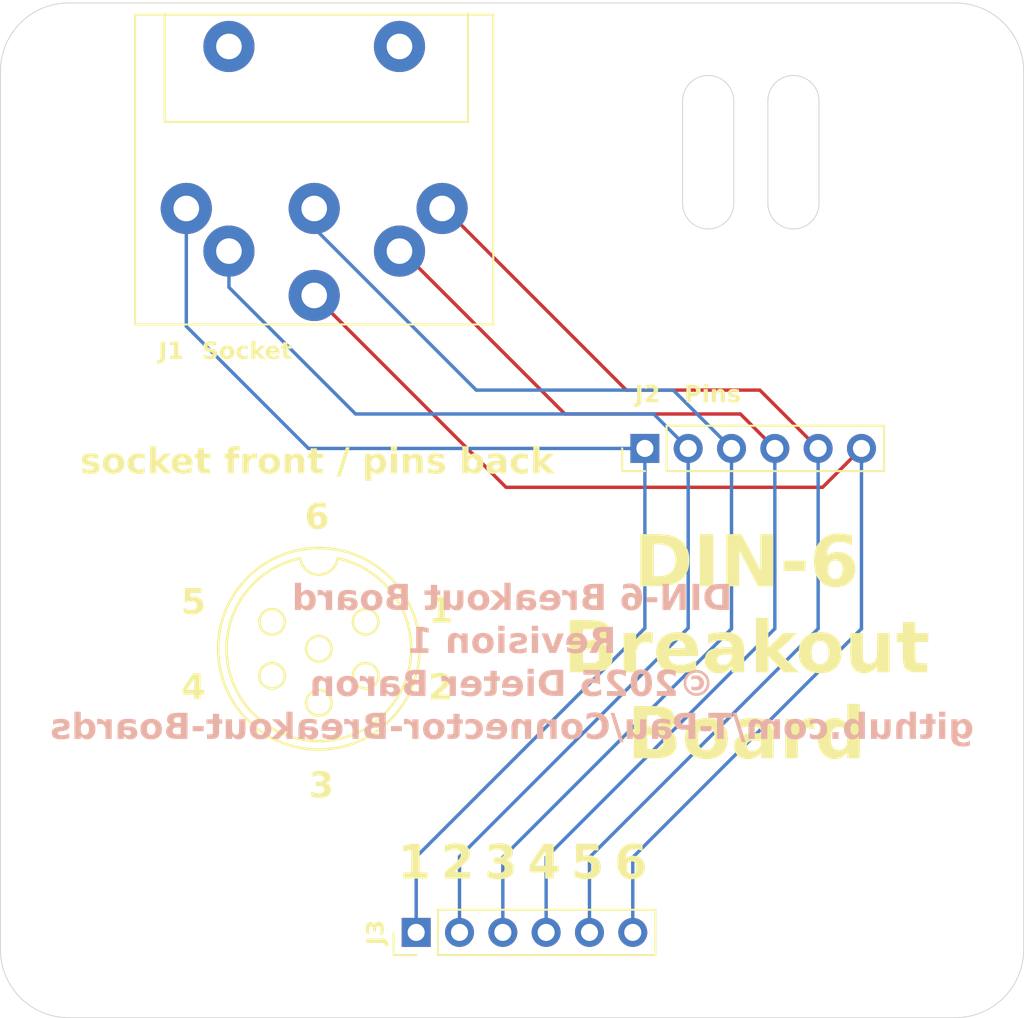
<source format=kicad_pcb>
(kicad_pcb (version 20241229) (generator "pcbnew") (generator_version "9.0")
  (layers (0 "F.Cu" signal) (2 "B.Cu" signal) (13 "F.Paste" user) (15 "B.Paste" user) (5 "F.SilkS" user "F.Silkscreen") (7 "B.SilkS" user "B.Silkscreen") (1 "F.Mask" user) (3 "B.Mask" user) (25 "Edge.Cuts" user))
  (net 0 "")
  (net 1 "Net-(J2-Pin_6)")
  (net 2 "Net-(J2-Pin_2)")
  (net 3 "Net-(J2-Pin_5)")
  (net 4 "Net-(J2-Pin_1)")
  (net 5 "Net-(J2-Pin_4)")
  (net 6 "Net-(J2-Pin_3)")
  (footprint "Connector_PinHeader_2.54mm:PinHeader_1x06_P2.54mm_Vertical" (layer "F.Cu") (at 107.79 90.12 90)
    (property "Reference" "J2" (at 3.12 0.16 0) (layer "F.SilkS"))
    (property "Value" "Pins" (at 3.12 3.97 0) (layer "F.SilkS"))
    (fp_line (start -1.33 -1.33) (end 0 -1.33) (stroke (width 0.12)) (layer "F.SilkS"))
    (fp_line (start -1.33 0) (end -1.33 -1.33) (stroke (width 0.12)) (layer "F.SilkS"))
    (fp_line (start 1.33 1.27) (end 1.33 14.03) (stroke (width 0.12)) (layer "F.SilkS"))
    (fp_line (start -1.33 1.27) (end 1.33 1.27) (stroke (width 0.12)) (layer "F.SilkS"))
    (fp_line (start -1.33 1.27) (end -1.33 14.03) (stroke (width 0.12)) (layer "F.SilkS"))
    (fp_line (start -1.33 14.03) (end 1.33 14.03) (stroke (width 0.12)) (layer "F.SilkS"))
    (pad "1" thru_hole rect (at 0 0 90) (size 1.7 1.7) (drill 1) (layers "*.Cu" "*.Mask") (net 4 "Net-(J2-Pin_1)"))
    (pad "2" thru_hole oval (at 0 2.54 90) (size 1.7 1.7) (drill 1) (layers "*.Cu" "*.Mask") (net 2 "Net-(J2-Pin_2)"))
    (pad "3" thru_hole oval (at 0 5.08 90) (size 1.7 1.7) (drill 1) (layers "*.Cu" "*.Mask") (net 6 "Net-(J2-Pin_3)"))
    (pad "4" thru_hole oval (at 0 7.62 90) (size 1.7 1.7) (drill 1) (layers "*.Cu" "*.Mask") (net 5 "Net-(J2-Pin_4)"))
    (pad "5" thru_hole oval (at 0 10.16 90) (size 1.7 1.7) (drill 1) (layers "*.Cu" "*.Mask") (net 3 "Net-(J2-Pin_5)"))
    (pad "6" thru_hole oval (at 0 12.7 90) (size 1.7 1.7) (drill 1) (layers "*.Cu" "*.Mask") (net 1 "Net-(J2-Pin_6)"))
  )
  (footprint "T-Pau:DIN-6" (layer "F.Cu") (at 80.9 76.05 180)
    (property "Reference" "J1" (at 0.89 -8.405 0) (layer "F.SilkS"))
    (property "Value" "Socket" (at -3.555 -8.405 0) (layer "F.SilkS"))
    (fp_line (start 1.27 5.08) (end 1.27 11.43) (stroke (width 0.12)) (layer "F.SilkS"))
    (fp_line (start -16.51 11.43) (end -16.51 5.08) (stroke (width 0.12)) (layer "F.SilkS"))
    (fp_line (start -16.51 5.08) (end 1.27 5.08) (stroke (width 0.12)) (layer "F.SilkS"))
    (fp_rect (start -18 -6.8) (end 3 11.365) (stroke (width 0.12)) (fill no) (layer "F.SilkS"))
    (pad "0" thru_hole circle (at -12.5 9.5 180) (size 3 3) (drill 1.5) (layers "*.Cu" "*.Mask"))
    (pad "0" thru_hole circle (at -2.5 9.5 180) (size 3 3) (drill 1.5) (layers "*.Cu" "*.Mask"))
    (pad "1" thru_hole circle (at 0 0 180) (size 3 3) (drill 1.5) (layers "*.Cu" "*.Mask") (net 4 "Net-(J2-Pin_1)"))
    (pad "2" thru_hole circle (at -2.5 -2.5 180) (size 3 3) (drill 1.5) (layers "*.Cu" "*.Mask") (net 2 "Net-(J2-Pin_2)"))
    (pad "3" thru_hole circle (at -7.5 0 180) (size 3 3) (drill 1.5) (layers "*.Cu" "*.Mask") (net 6 "Net-(J2-Pin_3)"))
    (pad "4" thru_hole circle (at -12.5 -2.5 180) (size 3 3) (drill 1.5) (layers "*.Cu" "*.Mask") (net 5 "Net-(J2-Pin_4)"))
    (pad "5" thru_hole circle (at -15 0 180) (size 3 3) (drill 1.5) (layers "*.Cu" "*.Mask") (net 3 "Net-(J2-Pin_5)"))
    (pad "6" thru_hole circle (at -7.5 -5.1 180) (size 3 3) (drill 1.5) (layers "*.Cu" "*.Mask") (net 1 "Net-(J2-Pin_6)"))
  )
  (footprint "Connector_PinHeader_2.54mm:PinHeader_1x06_P2.54mm_Vertical" (layer "F.Cu") (at 94.38 118.5 90)
    (property "Reference" "J3" (at 0 -2.33 90) (layer "F.SilkS"))
    (property "Value" "Breakout")
    (fp_line (start -1.33 -1.33) (end 0 -1.33) (stroke (width 0.12)) (layer "F.SilkS"))
    (fp_line (start -1.33 0) (end -1.33 -1.33) (stroke (width 0.12)) (layer "F.SilkS"))
    (fp_line (start 1.33 1.27) (end 1.33 14.03) (stroke (width 0.12)) (layer "F.SilkS"))
    (fp_line (start -1.33 1.27) (end 1.33 1.27) (stroke (width 0.12)) (layer "F.SilkS"))
    (fp_line (start -1.33 1.27) (end -1.33 14.03) (stroke (width 0.12)) (layer "F.SilkS"))
    (fp_line (start -1.33 14.03) (end 1.33 14.03) (stroke (width 0.12)) (layer "F.SilkS"))
    (pad "1" thru_hole rect (at 0 0 90) (size 1.7 1.7) (drill 1) (layers "*.Cu" "*.Mask") (net 4 "Net-(J2-Pin_1)"))
    (pad "2" thru_hole oval (at 0 2.54 90) (size 1.7 1.7) (drill 1) (layers "*.Cu" "*.Mask") (net 2 "Net-(J2-Pin_2)"))
    (pad "3" thru_hole oval (at 0 5.08 90) (size 1.7 1.7) (drill 1) (layers "*.Cu" "*.Mask") (net 6 "Net-(J2-Pin_3)"))
    (pad "4" thru_hole oval (at 0 7.62 90) (size 1.7 1.7) (drill 1) (layers "*.Cu" "*.Mask") (net 5 "Net-(J2-Pin_4)"))
    (pad "5" thru_hole oval (at 0 10.16 90) (size 1.7 1.7) (drill 1) (layers "*.Cu" "*.Mask") (net 3 "Net-(J2-Pin_5)"))
    (pad "6" thru_hole oval (at 0 12.7 90) (size 1.7 1.7) (drill 1) (layers "*.Cu" "*.Mask") (net 1 "Net-(J2-Pin_6)"))
  )
  (gr_poly (pts (xy 85.948753 99.536194) (xy 85.98497 99.538016) (xy 86.021181 99.541612) (xy 86.057321 99.547001) (xy 86.093325 99.554198) (xy 86.12913 99.563221) (xy 86.16467 99.574088) (xy 86.199883 99.586815) (xy 86.234703 99.60142) (xy 86.269066 99.617921) (xy 86.302909 99.636333) (xy 86.335797 99.656443) (xy 86.367287 99.677961) (xy 86.397362 99.700821) (xy 86.426004 99.724959) (xy 86.453197 99.750312) (xy 86.478924 99.776814) (xy 86.503167 99.804402) (xy 86.525909 99.833012) (xy 86.547134 99.862578) (xy 86.566823 99.893037) (xy 86.584961 99.924324) (xy 86.60153 99.956375) (xy 86.616512 99.989126) (xy 86.629892 100.022513) (xy 86.64165 100.056471) (xy 86.651772 100.090936) (xy 86.660239 100.125843) (xy 86.667034 100.161129) (xy 86.672141 100.196728) (xy 86.675541 100.232578) (xy 86.677219 100.268613) (xy 86.677157 100.304769) (xy 86.675338 100.340982) (xy 86.671744 100.377188) (xy 86.666359 100.413322) (xy 86.659166 100.44932) (xy 86.650147 100.485118) (xy 86.639286 100.520651) (xy 86.626565 100.555855) (xy 86.611967 100.590666) (xy 86.595475 100.62502) (xy 86.577072 100.658852) (xy 86.556963 100.69173) (xy 86.535448 100.723211) (xy 86.512591 100.753278) (xy 86.488456 100.781913) (xy 86.463108 100.809101) (xy 86.436611 100.834822) (xy 86.409029 100.859061) (xy 86.380426 100.8818) (xy 86.350866 100.903021) (xy 86.320413 100.922708) (xy 86.289132 100.940843) (xy 86.257086 100.95741) (xy 86.224341 100.97239) (xy 86.190959 100.985767) (xy 86.157005 100.997524) (xy 86.122544 101.007643) (xy 86.087638 101.016107) (xy 86.052354 101.022899) (xy 86.016754 101.028002) (xy 85.980902 101.031399) (xy 85.944864 101.033071) (xy 85.908703 101.033003) (xy 85.872483 101.031177) (xy 85.836269 101.027576) (xy 85.800124 101.022182) (xy 85.764112 101.014978) (xy 85.728299 101.005947) (xy 85.692747 100.995073) (xy 85.657522 100.982337) (xy 85.622687 100.967723) (xy 85.588306 100.951213) (xy 85.554444 100.93279) (xy 85.521575 100.91268) (xy 85.490102 100.891164) (xy 85.460041 100.868307) (xy 85.431409 100.844173) (xy 85.404224 100.818825) (xy 85.378504 100.792328) (xy 85.354265 100.764746) (xy 85.331525 100.736143) (xy 85.310301 100.706584) (xy 85.29061 100.676132) (xy 85.27247 100.644852) (xy 85.255898 100.612808) (xy 85.240912 100.580064) (xy 85.227528 100.546684) (xy 85.215764 100.512733) (xy 85.205637 100.478274) (xy 85.197165 100.443371) (xy 85.190365 100.40809) (xy 85.185253 100.372494) (xy 85.181849 100.336646) (xy 85.180168 100.300613) (xy 85.180228 100.264456) (xy 85.182046 100.228242) (xy 85.18564 100.192033) (xy 85.191027 100.155894) (xy 85.198225 100.11989) (xy 85.20725 100.084084) (xy 85.218119 100.04854) (xy 85.230851 100.013323) (xy 85.245463 99.978497) (xy 85.261971 99.944126) (xy 85.280393 99.910274) (xy 85.300493 99.877406) (xy 85.322001 99.845935) (xy 85.344851 99.815877) (xy 85.368981 99.787249) (xy 85.394326 99.760069) (xy 85.420821 99.734354) (xy 85.448403 99.710122) (xy 85.477006 99.687389) (xy 85.506567 99.666172) (xy 85.537022 99.646489) (xy 85.568305 99.628358) (xy 85.600353 99.611794) (xy 85.633102 99.596816) (xy 85.666487 99.583441) (xy 85.700443 99.571685) (xy 85.734908 99.561566) (xy 85.769815 99.553102) (xy 85.805102 99.546309) (xy 85.840703 99.541204) (xy 85.876555 99.537805) (xy 85.912593 99.53613)) (stroke (width 0.1485)) (fill no) (layer "F.SilkS"))
  (gr_poly (pts (xy 88.692219 101.12003) (xy 88.728442 101.121854) (xy 88.764658 101.125453) (xy 88.800804 101.130845) (xy 88.836815 101.138046) (xy 88.872626 101.147075) (xy 88.908175 101.157947) (xy 88.943396 101.170682) (xy 88.978225 101.185295) (xy 89.012598 101.201805) (xy 89.04645 101.220228) (xy 89.079328 101.240338) (xy 89.110808 101.261855) (xy 89.140874 101.284714) (xy 89.169508 101.308852) (xy 89.196693 101.334205) (xy 89.222412 101.360707) (xy 89.246648 101.388294) (xy 89.269385 101.416903) (xy 89.290603 101.446469) (xy 89.310288 101.476928) (xy 89.328421 101.508214) (xy 89.344986 101.540265) (xy 89.359964 101.573016) (xy 89.37334 101.606403) (xy 89.385096 101.64036) (xy 89.395215 101.674825) (xy 89.40368 101.709732) (xy 89.410473 101.745017) (xy 89.415578 101.780617) (xy 89.418977 101.816466) (xy 89.420653 101.852501) (xy 89.42059 101.888657) (xy 89.41877 101.92487) (xy 89.415176 101.961075) (xy 89.40979 101.997209) (xy 89.402597 102.033207) (xy 89.393577 102.069004) (xy 89.382716 102.104538) (xy 89.369994 102.139742) (xy 89.355396 102.174553) (xy 89.338904 102.208907) (xy 89.320501 102.242739) (xy 89.300391 102.275607) (xy 89.278876 102.307079) (xy 89.256019 102.337139) (xy 89.231884 102.365769) (xy 89.206536 102.392951) (xy 89.180039 102.418668) (xy 89.152456 102.442904) (xy 89.123853 102.465641) (xy 89.094293 102.48686) (xy 89.06384 102.506547) (xy 89.032559 102.524682) (xy 89.000514 102.541249) (xy 88.967768 102.556231) (xy 88.934386 102.569609) (xy 88.900433 102.581368) (xy 88.865972 102.59149) (xy 88.831067 102.599957) (xy 88.795782 102.606752) (xy 88.760182 102.611858) (xy 88.724331 102.615257) (xy 88.688293 102.616933) (xy 88.652133 102.616869) (xy 88.615913 102.615046) (xy 88.579699 102.611448) (xy 88.543554 102.606057) (xy 88.507543 102.598856) (xy 88.47173 102.589828) (xy 88.436179 102.578955) (xy 88.400954 102.566221) (xy 88.366119 102.551608) (xy 88.331739 102.535099) (xy 88.297877 102.516676) (xy 88.265009 102.496567) (xy 88.233536 102.475051) (xy 88.203476 102.452193) (xy 88.174846 102.428056) (xy 88.147664 102.402706) (xy 88.121946 102.376206) (xy 88.09771 102.348621) (xy 88.074973 102.320015) (xy 88.053752 102.290452) (xy 88.034065 102.259996) (xy 88.015928 102.228711) (xy 87.99936 102.196662) (xy 87.984377 102.163913) (xy 87.970996 102.130528) (xy 87.959235 102.096571) (xy 87.949111 102.062107) (xy 87.940641 102.027199) (xy 87.933842 101.991913) (xy 87.928733 101.956311) (xy 87.925329 101.920459) (xy 87.923648 101.88442) (xy 87.923708 101.848259) (xy 87.925525 101.81204) (xy 87.929118 101.775827) (xy 87.934502 101.739684) (xy 87.941696 101.703676) (xy 87.950717 101.667867) (xy 87.961581 101.632321) (xy 87.974307 101.597102) (xy 87.988911 101.562274) (xy 88.00541 101.527902) (xy 88.023822 101.49405) (xy 88.043923 101.461193) (xy 88.06543 101.42973) (xy 88.088281 101.399679) (xy 88.112412 101.371058) (xy 88.137757 101.343884) (xy 88.164253 101.318173) (xy 88.191835 101.293945) (xy 88.220439 101.271214) (xy 88.25 101.25) (xy 88.280456 101.230319) (xy 88.31174 101.212189) (xy 88.34379 101.195626) (xy 88.37654 101.180648) (xy 88.409927 101.167273) (xy 88.443886 101.155518) (xy 88.478352 101.145399) (xy 88.513263 101.136934) (xy 88.548552 101.130142) (xy 88.584157 101.125037) (xy 88.620013 101.121639) (xy 88.656055 101.119965)) (stroke (width 0.1485)) (fill no) (layer "F.SilkS"))
  (gr_poly (pts (xy 91.467999 99.537776) (xy 91.503852 99.541171) (xy 91.539456 99.546272) (xy 91.574744 99.553062) (xy 91.609654 99.561524) (xy 91.644121 99.57164) (xy 91.678081 99.583394) (xy 91.71147 99.596768) (xy 91.744222 99.611745) (xy 91.776275 99.628308) (xy 91.807563 99.646439) (xy 91.838022 99.666123) (xy 91.867589 99.687341) (xy 91.896199 99.710077) (xy 91.923787 99.734312) (xy 91.95029 99.760031) (xy 91.975643 99.787217) (xy 91.999781 99.81585) (xy 92.022641 99.845916) (xy 92.044159 99.877397) (xy 92.064269 99.910274) (xy 92.082672 99.944106) (xy 92.099162 99.978459) (xy 92.113759 100.01327) (xy 92.126478 100.048474) (xy 92.137337 100.084008) (xy 92.146353 100.119805) (xy 92.153543 100.155804) (xy 92.158925 100.191938) (xy 92.162515 100.228144) (xy 92.16433 100.264358) (xy 92.164389 100.300515) (xy 92.162708 100.336551) (xy 92.159303 100.372402) (xy 92.154193 100.408004) (xy 92.147395 100.443292) (xy 92.138925 100.478202) (xy 92.128801 100.512669) (xy 92.11704 100.54663) (xy 92.103659 100.58002) (xy 92.088675 100.612775) (xy 92.072106 100.644831) (xy 92.053969 100.676123) (xy 92.03428 100.706587) (xy 92.013057 100.736159) (xy 91.990317 100.764774) (xy 91.966077 100.792369) (xy 91.940355 100.818878) (xy 91.913168 100.844239) (xy 91.884532 100.868386) (xy 91.854465 100.891255) (xy 91.822984 100.912782) (xy 91.790106 100.932903) (xy 91.756253 100.951315) (xy 91.721881 100.967814) (xy 91.687052 100.982418) (xy 91.651831 100.995144) (xy 91.616283 101.006009) (xy 91.580471 101.01503) (xy 91.544461 101.022224) (xy 91.508315 101.027609) (xy 91.4721 101.031202) (xy 91.435878 101.033021) (xy 91.399715 101.033082) (xy 91.363674 101.031402) (xy 91.32782 101.028) (xy 91.292217 101.022892) (xy 91.25693 101.016096) (xy 91.222022 101.007629) (xy 91.187558 100.997507) (xy 91.153602 100.985749) (xy 91.120219 100.972372) (xy 91.087473 100.957393) (xy 91.055428 100.940829) (xy 91.024148 100.922697) (xy 90.993698 100.903015) (xy 90.964142 100.8818) (xy 90.935544 100.859069) (xy 90.907969 100.83484) (xy 90.88148 100.809129) (xy 90.856143 100.781954) (xy 90.832021 100.753333) (xy 90.809179 100.723282) (xy 90.787681 100.691819) (xy 90.767591 100.658961) (xy 90.749168 100.625109) (xy 90.732658 100.590738) (xy 90.718043 100.55591) (xy 90.705307 100.520691) (xy 90.694433 100.485145) (xy 90.685403 100.449336) (xy 90.678199 100.413329) (xy 90.672806 100.377186) (xy 90.669205 100.340974) (xy 90.667379 100.304755) (xy 90.667312 100.268594) (xy 90.668986 100.232555) (xy 90.672384 100.196703) (xy 90.677489 100.161101) (xy 90.684283 100.125814) (xy 90.692749 100.090907) (xy 90.702871 100.056442) (xy 90.714631 100.022486) (xy 90.728012 99.9891) (xy 90.742996 99.956351) (xy 90.759567 99.924302) (xy 90.777707 99.893017) (xy 90.797399 99.862561) (xy 90.818626 99.832997) (xy 90.841371 99.804391) (xy 90.865617 99.776805) (xy 90.891346 99.750305) (xy 90.918541 99.724955) (xy 90.947186 99.700818) (xy 90.977262 99.677959) (xy 91.008753 99.656443) (xy 91.041641 99.636333) (xy 91.075484 99.61792) (xy 91.109847 99.601419) (xy 91.144667 99.586813) (xy 91.17988 99.574083) (xy 91.21542 99.563214) (xy 91.251225 99.554188) (xy 91.28723 99.546988) (xy 91.32337 99.541597) (xy 91.359581 99.537997) (xy 91.395799 99.536171) (xy 91.43196 99.536103)) (stroke (width 0.1485)) (fill no) (layer "F.SilkS"))
  (gr_poly (pts (xy 87.582467 96.616536) (xy 87.592771 96.666085) (xy 87.605246 96.714802) (xy 87.61984 96.762634) (xy 87.636497 96.809526) (xy 87.655166 96.855426) (xy 87.675793 96.900278) (xy 87.698324 96.944029) (xy 87.722707 96.986627) (xy 87.748888 97.028016) (xy 87.776815 97.068143) (xy 87.806432 97.106955) (xy 87.837689 97.144397) (xy 87.870531 97.180416) (xy 87.904904 97.214959) (xy 87.940757 97.247971) (xy 87.978034 97.279398) (xy 88.016685 97.309187) (xy 88.056654 97.337285) (xy 88.097888 97.363637) (xy 88.140336 97.38819) (xy 88.183942 97.410889) (xy 88.228655 97.431682) (xy 88.27442 97.450514) (xy 88.321185 97.467332) (xy 88.368896 97.482082) (xy 88.4175 97.49471) (xy 88.466943 97.505163) (xy 88.517174 97.513387) (xy 88.568137 97.519327) (xy 88.61978 97.522931) (xy 88.672051 97.524144) (xy 88.724361 97.522931) (xy 88.776042 97.519328) (xy 88.827039 97.513389) (xy 88.877301 97.505168) (xy 88.926773 97.494718) (xy 88.975403 97.482093) (xy 89.023137 97.467347) (xy 89.069923 97.450534) (xy 89.115707 97.431706) (xy 89.160435 97.410919) (xy 89.204056 97.388225) (xy 89.246516 97.363678) (xy 89.287761 97.337333) (xy 89.327739 97.309242) (xy 89.366397 97.27946) (xy 89.403681 97.248041) (xy 89.439538 97.215037) (xy 89.473915 97.180503) (xy 89.506759 97.144492) (xy 89.538017 97.107059) (xy 89.567636 97.068256) (xy 89.595562 97.028138) (xy 89.621743 96.986758) (xy 89.646125 96.944171) (xy 89.668655 96.900429) (xy 89.68928 96.855587) (xy 89.707947 96.809697) (xy 89.724603 96.762815) (xy 89.739195 96.714994) (xy 89.75167 96.666286) (xy 89.761973 96.616747) (xy 89.770054 96.56643) (xy 89.999181 96.618862) (xy 90.2245 96.680874) (xy 90.445784 96.752237) (xy 90.662806 96.832726) (xy 90.875337 96.922112) (xy 91.083152 97.020168) (xy 91.286022 97.126668) (xy 91.483721 97.241383) (xy 91.862694 97.494552) (xy 92.218252 97.777858) (xy 92.548578 98.089482) (xy 92.851853 98.427606) (xy 93.126258 98.790413) (xy 93.252066 98.980504) (xy 93.369975 99.176084) (xy 93.479758 99.376925) (xy 93.581187 99.582801) (xy 93.674034 99.793484) (xy 93.758073 100.008747) (xy 93.833077 100.228362) (xy 93.898817 100.452103) (xy 93.955067 100.679741) (xy 94.0016 100.911051) (xy 94.038188 101.145804) (xy 94.064603 101.383773) (xy 94.080619 101.624732) (xy 94.086008 101.868452) (xy 94.078963 102.147022) (xy 94.058055 102.421937) (xy 94.023624 102.692857) (xy 93.97601 102.959442) (xy 93.915554 103.221352) (xy 93.842596 103.478246) (xy 93.757476 103.729783) (xy 93.660534 103.975625) (xy 93.552111 104.215429) (xy 93.432546 104.448857) (xy 93.302181 104.675568) (xy 93.161354 104.895221) (xy 93.010408 105.107477) (xy 92.849681 105.311994) (xy 92.679514 105.508433) (xy 92.500247 105.696454) (xy 92.312221 105.875716) (xy 92.115775 106.045878) (xy 91.911251 106.206601) (xy 91.698988 106.357545) (xy 91.479326 106.498368) (xy 91.252606 106.628731) (xy 91.019167 106.748294) (xy 90.779351 106.856716) (xy 90.533498 106.953656) (xy 90.281947 107.038775) (xy 90.025039 107.111733) (xy 89.763114 107.172189) (xy 89.496512 107.219802) (xy 89.225575 107.254233) (xy 88.950641 107.275141) (xy 88.672051 107.282186) (xy 88.393472 107.275141) (xy 88.11855 107.254233) (xy 87.847625 107.219802) (xy 87.581038 107.172189) (xy 87.319128 107.111733) (xy 87.062236 107.038775) (xy 86.810701 106.953656) (xy 86.564864 106.856716) (xy 86.325065 106.748294) (xy 86.091645 106.628731) (xy 85.864942 106.498368) (xy 85.645298 106.357545) (xy 85.433052 106.206601) (xy 85.228544 106.045878) (xy 85.032115 105.875716) (xy 84.844105 105.696454) (xy 84.664854 105.508433) (xy 84.494702 105.311994) (xy 84.333988 105.107477) (xy 84.183054 104.895221) (xy 84.04224 104.675568) (xy 83.911885 104.448857) (xy 83.792329 104.215429) (xy 83.683913 103.975625) (xy 83.586977 103.729783) (xy 83.501861 103.478246) (xy 83.428904 103.221352) (xy 83.368448 102.959442) (xy 83.320832 102.692857) (xy 83.286397 102.421937) (xy 83.265482 102.147022) (xy 83.258428 101.868452) (xy 83.263817 101.624732) (xy 83.279833 101.383773) (xy 83.306248 101.145804) (xy 83.342836 100.91105) (xy 83.389369 100.67974) (xy 83.445619 100.452101) (xy 83.511359 100.22836) (xy 83.586363 100.008743) (xy 83.670402 99.793479) (xy 83.76325 99.582794) (xy 83.864678 99.376916) (xy 83.974461 99.176072) (xy 84.09237 98.980489) (xy 84.218179 98.790394) (xy 84.351659 98.606015) (xy 84.492584 98.427578) (xy 84.640727 98.255312) (xy 84.795859 98.089442) (xy 84.957754 97.930197) (xy 85.126185 97.777804) (xy 85.300924 97.632489) (xy 85.481744 97.49448) (xy 85.668417 97.364004) (xy 85.860717 97.241289) (xy 86.058416 97.126562) (xy 86.261286 97.020049) (xy 86.469101 96.921978) (xy 86.681633 96.832577) (xy 86.898655 96.752072) (xy 87.11994 96.680691) (xy 87.345259 96.61866) (xy 87.574387 96.566208)) (stroke (width 0.1485)) (fill no) (layer "F.SilkS"))
  (gr_poly (pts (xy 88.976205 95.967518) (xy 89.276256 95.990334) (xy 89.571945 96.027909) (xy 89.862902 96.07987) (xy 90.148755 96.145845) (xy 90.429132 96.225465) (xy 90.703662 96.318357) (xy 90.971974 96.424151) (xy 91.233697 96.542475) (xy 91.488459 96.672958) (xy 91.73589 96.815229) (xy 91.975617 96.968916) (xy 92.207269 97.133648) (xy 92.430476 97.309055) (xy 92.644865 97.494764) (xy 92.850067 97.690406) (xy 93.045708 97.895607) (xy 93.231418 98.109998) (xy 93.406826 98.333207) (xy 93.57156 98.564862) (xy 93.725249 98.804593) (xy 93.867522 99.052029) (xy 93.998007 99.306797) (xy 94.116334 99.568528) (xy 94.22213 99.836849) (xy 94.315025 100.111389) (xy 94.394646 100.391778) (xy 94.460624 100.677644) (xy 94.512587 100.968615) (xy 94.550162 101.264321) (xy 94.57298 101.56439) (xy 94.580669 101.868452) (xy 94.57298 102.172493) (xy 94.550162 102.472544) (xy 94.512587 102.768234) (xy 94.460624 103.05919) (xy 94.394646 103.345043) (xy 94.315025 103.62542) (xy 94.22213 103.899951) (xy 94.116334 104.168263) (xy 93.998007 104.429986) (xy 93.867522 104.684749) (xy 93.725249 104.932179) (xy 93.57156 105.171907) (xy 93.406826 105.403559) (xy 93.231418 105.626766) (xy 93.045708 105.841156) (xy 92.850067 106.046357) (xy 92.644865 106.241999) (xy 92.430476 106.427709) (xy 92.207269 106.603117) (xy 91.975617 106.767851) (xy 91.73589 106.921541) (xy 91.488459 107.063814) (xy 91.233697 107.194299) (xy 90.971974 107.312626) (xy 90.703662 107.418422) (xy 90.429132 107.511317) (xy 90.148755 107.590939) (xy 89.862902 107.656917) (xy 89.571945 107.70888) (xy 89.276256 107.746455) (xy 88.976205 107.769273) (xy 88.672164 107.776962) (xy 88.368112 107.769273) (xy 88.068053 107.746455) (xy 87.772356 107.70888) (xy 87.481392 107.656917) (xy 87.195534 107.590939) (xy 86.915153 107.511317) (xy 86.640619 107.418422) (xy 86.372304 107.312626) (xy 86.110579 107.194299) (xy 85.855816 107.063814) (xy 85.608385 106.921541) (xy 85.368658 106.767851) (xy 85.137006 106.603117) (xy 84.913801 106.427709) (xy 84.699413 106.241999) (xy 84.494214 106.046357) (xy 84.298575 105.841156) (xy 84.112868 105.626766) (xy 83.937463 105.403559) (xy 83.772732 105.171907) (xy 83.619046 104.932179) (xy 83.476776 104.684749) (xy 83.346294 104.429986) (xy 83.227971 104.168263) (xy 83.122177 103.899951) (xy 83.029285 103.62542) (xy 82.949666 103.345043) (xy 82.88369 103.05919) (xy 82.83173 102.768234) (xy 82.794155 102.472544) (xy 82.771338 102.172493) (xy 82.76365 101.868452) (xy 82.771339 101.56439) (xy 82.794157 101.264321) (xy 82.831732 100.968615) (xy 82.883695 100.677644) (xy 82.949673 100.391778) (xy 83.029295 100.111389) (xy 83.12219 99.836849) (xy 83.227987 99.568528) (xy 83.346313 99.306797) (xy 83.476799 99.052029) (xy 83.619072 98.804593) (xy 83.772762 98.564862) (xy 83.937496 98.333207) (xy 84.112904 98.109998) (xy 84.298615 97.895607) (xy 84.494257 97.690406) (xy 84.699458 97.494764) (xy 84.913848 97.309055) (xy 85.137055 97.133648) (xy 85.368708 96.968916) (xy 85.608435 96.815229) (xy 85.855866 96.672958) (xy 86.110629 96.542475) (xy 86.372352 96.424151) (xy 86.640664 96.318357) (xy 86.915195 96.225465) (xy 87.195572 96.145845) (xy 87.481425 96.07987) (xy 87.772382 96.027909) (xy 88.068071 95.990334) (xy 88.368122 95.967518) (xy 88.672164 95.95983)) (stroke (width 0.1485)) (fill no) (layer "F.SilkS"))
  (gr_poly (pts (xy 91.435987 102.704221) (xy 91.472209 102.706039) (xy 91.508426 102.709632) (xy 91.544571 102.715018) (xy 91.580582 102.722212) (xy 91.616394 102.731233) (xy 91.651943 102.742098) (xy 91.687164 102.754824) (xy 91.721993 102.769428) (xy 91.756366 102.785928) (xy 91.790219 102.80434) (xy 91.823096 102.82446) (xy 91.854576 102.845986) (xy 91.884642 102.868854) (xy 91.913276 102.892998) (xy 91.940461 102.918356) (xy 91.96618 102.944863) (xy 91.990416 102.972454) (xy 92.013152 103.001066) (xy 92.034371 103.030633) (xy 92.054055 103.061093) (xy 92.072188 103.09238) (xy 92.088753 103.124431) (xy 92.103731 103.157181) (xy 92.117107 103.190566) (xy 92.128863 103.224521) (xy 92.138982 103.258983) (xy 92.147446 103.293888) (xy 92.154239 103.329171) (xy 92.159344 103.364767) (xy 92.162743 103.400613) (xy 92.16442 103.436644) (xy 92.164357 103.472797) (xy 92.162537 103.509006) (xy 92.158942 103.545208) (xy 92.153557 103.581339) (xy 92.146363 103.617334) (xy 92.137344 103.653129) (xy 92.126483 103.688659) (xy 92.113762 103.723862) (xy 92.099164 103.758671) (xy 92.082672 103.793024) (xy 92.064269 103.826855) (xy 92.044159 103.859733) (xy 92.022644 103.891214) (xy 91.999787 103.921281) (xy 91.975652 103.949917) (xy 91.950304 103.977104) (xy 91.923807 104.002826) (xy 91.896224 104.027065) (xy 91.867621 104.049804) (xy 91.838061 104.071025) (xy 91.807608 104.090712) (xy 91.776327 104.108847) (xy 91.744282 104.125414) (xy 91.711536 104.140394) (xy 91.678154 104.153772) (xy 91.644201 104.165528) (xy 91.609739 104.175647) (xy 91.574834 104.184111) (xy 91.539549 104.190904) (xy 91.50395 104.196006) (xy 91.468099 104.199403) (xy 91.43206 104.201076) (xy 91.395899 104.201007) (xy 91.35968 104.199181) (xy 91.323465 104.19558) (xy 91.28732 104.190186) (xy 91.251309 104.182982) (xy 91.215496 104.173952) (xy 91.179944 104.163078) (xy 91.144719 104.150342) (xy 91.109884 104.135728) (xy 91.075503 104.119218) (xy 91.041641 104.100795) (xy 91.008773 104.080695) (xy 90.9773 104.059188) (xy 90.947241 104.036339) (xy 90.918611 104.012211) (xy 90.891429 103.986868) (xy 90.865711 103.960375) (xy 90.841475 103.932797) (xy 90.818738 103.904196) (xy 90.797517 103.874639) (xy 90.77783 103.844188) (xy 90.759694 103.812908) (xy 90.743125 103.780863) (xy 90.728142 103.748117) (xy 90.714762 103.714736) (xy 90.703001 103.680782) (xy 90.692877 103.646321) (xy 90.684407 103.611415) (xy 90.677609 103.576131) (xy 90.672499 103.540531) (xy 90.669096 103.50468) (xy 90.667415 103.468643) (xy 90.667475 103.432483) (xy 90.669293 103.396265) (xy 90.672885 103.360053) (xy 90.67827 103.323911) (xy 90.685464 103.287903) (xy 90.694485 103.252095) (xy 90.705349 103.216549) (xy 90.718075 103.18133) (xy 90.732679 103.146502) (xy 90.749178 103.11213) (xy 90.767591 103.078278) (xy 90.78769 103.04542) (xy 90.809198 103.013957) (xy 90.832049 102.983906) (xy 90.856179 102.955285) (xy 90.881524 102.92811) (xy 90.908019 102.9024) (xy 90.935601 102.87817) (xy 90.964205 102.855439) (xy 90.993767 102.834224) (xy 91.024222 102.814543) (xy 91.055507 102.796411) (xy 91.087556 102.779847) (xy 91.120307 102.764868) (xy 91.153693 102.75149) (xy 91.187652 102.739733) (xy 91.222119 102.729612) (xy 91.257029 102.721144) (xy 91.292319 102.714348) (xy 91.327924 102.709241) (xy 91.36378 102.705839) (xy 91.399822 102.704159)) (stroke (width 0.1485)) (fill no) (layer "F.SilkS"))
  (gr_poly (pts (xy 85.980797 102.70578) (xy 86.016649 102.709175) (xy 86.05225 102.714277) (xy 86.087537 102.721067) (xy 86.122445 102.729528) (xy 86.156909 102.739645) (xy 86.190866 102.751398) (xy 86.224251 102.764772) (xy 86.256999 102.779749) (xy 86.289047 102.796312) (xy 86.320331 102.814444) (xy 86.350785 102.834128) (xy 86.380346 102.855346) (xy 86.40895 102.878081) (xy 86.436531 102.902317) (xy 86.463026 102.928036) (xy 86.488371 102.955221) (xy 86.512501 102.983855) (xy 86.535352 103.01392) (xy 86.556859 103.0454) (xy 86.576959 103.078278) (xy 86.595372 103.11211) (xy 86.611871 103.146465) (xy 86.626475 103.181277) (xy 86.6392 103.216484) (xy 86.650065 103.252019) (xy 86.659085 103.287819) (xy 86.666279 103.32382) (xy 86.671664 103.359958) (xy 86.675256 103.396167) (xy 86.677074 103.432383) (xy 86.677134 103.468543) (xy 86.675453 103.504581) (xy 86.672049 103.540434) (xy 86.66694 103.576037) (xy 86.660141 103.611326) (xy 86.651671 103.646236) (xy 86.641547 103.680703) (xy 86.629786 103.714663) (xy 86.616406 103.748051) (xy 86.601423 103.780803) (xy 86.584854 103.812855) (xy 86.566718 103.844142) (xy 86.547031 103.8746) (xy 86.52581 103.904165) (xy 86.503073 103.932771) (xy 86.478838 103.960356) (xy 86.45312 103.986854) (xy 86.425938 104.012201) (xy 86.397308 104.036333) (xy 86.367249 104.059186) (xy 86.335776 104.080695) (xy 86.302909 104.100795) (xy 86.269056 104.119217) (xy 86.234683 104.135726) (xy 86.199854 104.150339) (xy 86.164633 104.163073) (xy 86.129085 104.173945) (xy 86.093273 104.182974) (xy 86.057263 104.190175) (xy 86.021117 104.195566) (xy 85.984902 104.199165) (xy 85.94868 104.200988) (xy 85.912517 104.201054) (xy 85.876476 104.199379) (xy 85.840622 104.195981) (xy 85.805019 104.190877) (xy 85.769731 104.184084) (xy 85.734823 104.175619) (xy 85.700359 104.1655) (xy 85.666403 104.153745) (xy 85.63302 104.140369) (xy 85.600274 104.125392) (xy 85.568229 104.108829) (xy 85.536949 104.090699) (xy 85.506499 104.071017) (xy 85.476943 104.049803) (xy 85.448345 104.027073) (xy 85.42077 104.002844) (xy 85.394281 103.977134) (xy 85.368944 103.949959) (xy 85.344823 103.921338) (xy 85.321981 103.891288) (xy 85.300483 103.859825) (xy 85.280393 103.826967) (xy 85.26197 103.793115) (xy 85.24546 103.758744) (xy 85.230846 103.723918) (xy 85.21811 103.688702) (xy 85.207236 103.653158) (xy 85.198206 103.617352) (xy 85.191003 103.581347) (xy 85.185609 103.545208) (xy 85.182008 103.508998) (xy 85.180183 103.472783) (xy 85.180116 103.436625) (xy 85.18179 103.40059) (xy 85.185188 103.364742) (xy 85.190293 103.329143) (xy 85.197087 103.29386) (xy 85.205554 103.258955) (xy 85.215676 103.224493) (xy 85.227436 103.190538) (xy 85.240816 103.157155) (xy 85.255801 103.124407) (xy 85.272371 103.092358) (xy 85.290512 103.061073) (xy 85.310204 103.030616) (xy 85.331431 103.001051) (xy 85.354176 102.972442) (xy 85.378421 102.944854) (xy 85.40415 102.91835) (xy 85.431345 102.892994) (xy 85.459989 102.868851) (xy 85.490065 102.845985) (xy 85.521556 102.82446) (xy 85.554444 102.80434) (xy 85.588286 102.785927) (xy 85.62265 102.769426) (xy 85.65747 102.754819) (xy 85.692682 102.742089) (xy 85.728223 102.73122) (xy 85.764028 102.722193) (xy 85.800032 102.714993) (xy 85.836172 102.709601) (xy 85.872382 102.706001) (xy 85.908599 102.704176) (xy 85.944759 102.704108)) (stroke (width 0.1485)) (fill no) (layer "F.SilkS"))
  (gr_poly (pts (xy 88.710779 104.288969) (xy 88.748777 104.291861) (xy 88.786224 104.296622) (xy 88.823074 104.303207) (xy 88.859277 104.311568) (xy 88.894789 104.321658) (xy 88.929561 104.333429) (xy 88.963547 104.346836) (xy 88.996698 104.361829) (xy 89.028969 104.378364) (xy 89.060313 104.396392) (xy 89.090681 104.415866) (xy 89.120027 104.43674) (xy 89.148303 104.458965) (xy 89.175464 104.482496) (xy 89.201461 104.507285) (xy 89.226247 104.533285) (xy 89.249776 104.560448) (xy 89.272 104.588729) (xy 89.292872 104.618078) (xy 89.312345 104.648451) (xy 89.330371 104.679799) (xy 89.346905 104.712075) (xy 89.361898 104.745233) (xy 89.375304 104.779225) (xy 89.387075 104.814004) (xy 89.397164 104.849523) (xy 89.405525 104.885735) (xy 89.41211 104.922592) (xy 89.416872 104.960049) (xy 89.419763 104.998057) (xy 89.420737 105.03657) (xy 89.419763 105.075102) (xy 89.416872 105.113128) (xy 89.41211 105.150599) (xy 89.405525 105.187469) (xy 89.397164 105.223692) (xy 89.387075 105.259219) (xy 89.375304 105.294004) (xy 89.361898 105.328001) (xy 89.346905 105.361162) (xy 89.330371 105.39344) (xy 89.312345 105.424788) (xy 89.292872 105.45516) (xy 89.272 105.484507) (xy 89.249776 105.512785) (xy 89.226247 105.539944) (xy 89.201461 105.565939) (xy 89.175464 105.590722) (xy 89.148303 105.614247) (xy 89.120027 105.636466) (xy 89.090681 105.657333) (xy 89.060313 105.676801) (xy 89.028969 105.694822) (xy 88.996698 105.711349) (xy 88.963547 105.726336) (xy 88.929561 105.739736) (xy 88.894789 105.751502) (xy 88.859277 105.761586) (xy 88.823074 105.769943) (xy 88.786224 105.776524) (xy 88.748777 105.781283) (xy 88.710779 105.784172) (xy 88.672277 105.785146) (xy 88.633754 105.784173) (xy 88.595738 105.781284) (xy 88.558276 105.776526) (xy 88.521414 105.769947) (xy 88.485199 105.761593) (xy 88.449679 105.751512) (xy 88.4149 105.739749) (xy 88.380909 105.726352) (xy 88.347754 105.711368) (xy 88.315481 105.694844) (xy 88.284138 105.676827) (xy 88.253771 105.657363) (xy 88.224427 105.636499) (xy 88.196153 105.614283) (xy 88.168997 105.590762) (xy 88.143005 105.565981) (xy 88.118224 105.539989) (xy 88.094701 105.512831) (xy 88.072484 105.484556) (xy 88.051619 105.455209) (xy 88.032153 105.424838) (xy 88.014133 105.39349) (xy 87.997607 105.361211) (xy 87.98262 105.328049) (xy 87.969221 105.29405) (xy 87.957456 105.259261) (xy 87.947372 105.223729) (xy 87.939016 105.187501) (xy 87.932435 105.150625) (xy 87.927676 105.113146) (xy 87.924786 105.075112) (xy 87.923813 105.03657) (xy 87.924786 104.998057) (xy 87.927676 104.960049) (xy 87.932435 104.922592) (xy 87.939016 104.885735) (xy 87.947372 104.849523) (xy 87.957456 104.814004) (xy 87.969221 104.779225) (xy 87.98262 104.745233) (xy 87.997607 104.712075) (xy 88.014133 104.679799) (xy 88.032153 104.648451) (xy 88.051619 104.618078) (xy 88.072484 104.588729) (xy 88.094701 104.560448) (xy 88.118224 104.533285) (xy 88.143005 104.507285) (xy 88.168997 104.482496) (xy 88.196153 104.458965) (xy 88.224427 104.43674) (xy 88.253771 104.415866) (xy 88.284138 104.396392) (xy 88.315481 104.378364) (xy 88.347754 104.361829) (xy 88.380909 104.346836) (xy 88.4149 104.333429) (xy 88.449679 104.321658) (xy 88.485199 104.311568) (xy 88.521414 104.303207) (xy 88.558276 104.296622) (xy 88.595738 104.291861) (xy 88.633754 104.288969) (xy 88.672277 104.287995)) (stroke (width 0.1485)) (fill no) (layer "F.SilkS"))
  (gr_line (start 70 119.5) (end 70 68) (stroke (width 0.05)) (layer "Edge.Cuts"))
  (gr_line (start 110 69.75) (end 110 75.75) (stroke (width 0.05)) (layer "Edge.Cuts"))
  (gr_arc (start 113 75.75) (mid 111.5 77.25) (end 110 75.75) (stroke (width 0.05)) (layer "Edge.Cuts"))
  (gr_line (start 118 75.75) (end 118 69.75) (stroke (width 0.05)) (layer "Edge.Cuts"))
  (gr_line (start 115 69.75) (end 115 75.75) (stroke (width 0.05)) (layer "Edge.Cuts"))
  (gr_arc (start 126 64) (mid 128.828427 65.171573) (end 130 68) (stroke (width 0.05)) (layer "Edge.Cuts"))
  (gr_arc (start 115 69.75) (mid 116.5 68.25) (end 118 69.75) (stroke (width 0.05)) (layer "Edge.Cuts"))
  (gr_arc (start 130 119.5) (mid 128.828427 122.328427) (end 126 123.5) (stroke (width 0.05)) (layer "Edge.Cuts"))
  (gr_line (start 130 68) (end 130 119.5) (stroke (width 0.05)) (layer "Edge.Cuts"))
  (gr_line (start 74 64) (end 126 64) (stroke (width 0.05)) (layer "Edge.Cuts"))
  (gr_line (start 126 123.5) (end 74 123.5) (stroke (width 0.05)) (layer "Edge.Cuts"))
  (gr_line (start 113 75.75) (end 113 69.75) (stroke (width 0.05)) (layer "Edge.Cuts"))
  (gr_arc (start 74 123.5) (mid 71.171573 122.328427) (end 70 119.5) (stroke (width 0.05)) (layer "Edge.Cuts"))
  (gr_arc (start 118 75.75) (mid 116.5 77.25) (end 115 75.75) (stroke (width 0.05)) (layer "Edge.Cuts"))
  (gr_arc (start 110 69.75) (mid 111.5 68.25) (end 113 69.75) (stroke (width 0.05)) (layer "Edge.Cuts"))
  (gr_arc (start 70 68) (mid 71.171573 65.171573) (end 74 64) (stroke (width 0.05)) (layer "Edge.Cuts"))
  (gr_text "3" (at 88.817449 110.838729 0) (layer "F.SilkS") (effects (font (size 1.5 1.5) (thickness 0.25) (bold yes)) (justify bottom)))
  (gr_text "1" (at 94.271 115.686 0) (layer "F.SilkS") (effects (font (size 2 2) (thickness 0.1)) (justify bottom)))
  (gr_text "6" (at 88.567449 95.090862 0) (layer "F.SilkS") (effects (font (size 1.5 1.5) (thickness 0.25) (bold yes)) (justify bottom)))
  (gr_text "2" (at 96.811 115.686 0) (layer "F.SilkS") (effects (font (size 2 2) (thickness 0.1)) (justify bottom)))
  (gr_text "4" (at 101.891 115.686 0) (layer "F.SilkS") (effects (font (size 2 2) (thickness 0.1)) (justify bottom)))
  (gr_text "2" (at 95.817449 105.090862 0) (layer "F.SilkS") (effects (font (size 1.5 1.5) (thickness 0.25) (bold yes)) (justify bottom)))
  (gr_text "4" (at 81.317449 105.090862 0) (layer "F.SilkS") (effects (font (size 1.5 1.5) (thickness 0.25) (bold yes)) (justify bottom)))
  (gr_text "socket front / pins back" (at 88.567449 91.838729 0) (layer "F.SilkS") (effects (font (size 1.5 1.5) (thickness 0.25) (bold yes)) (justify bottom)))
  (gr_text "1" (at 95.817449 100.590862 0) (layer "F.SilkS") (effects (font (size 1.5 1.5) (thickness 0.25) (bold yes)) (justify bottom)))
  (gr_text "5" (at 104.431 115.686 0) (layer "F.SilkS") (effects (font (size 2 2) (thickness 0.1)) (justify bottom)))
  (gr_text "5" (at 81.317449 100.090862 0) (layer "F.SilkS") (effects (font (size 1.5 1.5) (thickness 0.25) (bold yes)) (justify bottom)))
  (gr_text "DIN-6\nBreakout\nBoard" (at 113.75 102 0) (layer "F.SilkS") (effects (font (size 3 3) (thickness 0.1))))
  (gr_text "6" (at 106.971 115.686 0) (layer "F.SilkS") (effects (font (size 2 2) (thickness 0.1)) (justify bottom)))
  (gr_text "3" (at 99.351 115.686 0) (layer "F.SilkS") (effects (font (size 2 2) (thickness 0.1)) (justify bottom)))
  (gr_text "DIN-6 Breakout Board\nRevision 1\n©2025 Dieter Baron\ngithub.com/T-Pau/Connector-Breakout-Boards" (at 100 102.75 0) (layer "B.SilkS") (effects (font (size 1.5 1.5) (thickness 0.1)) (justify mirror)))
  (segment (start 99.65 92.4) (end 88.4 81.15) (width 0.2) (layer "F.Cu") (net 1))
  (segment (start 120.49 90.12) (end 118.21 92.4) (width 0.2) (layer "F.Cu") (net 1))
  (segment (start 118.21 92.4) (end 99.65 92.4) (width 0.2) (layer "F.Cu") (net 1))
  (segment (start 107.08 118.5) (end 107.08 114.1) (width 0.2) (layer "B.Cu") (net 1))
  (segment (start 107.08 114.1) (end 120.49 100.689999) (width 0.2) (layer "B.Cu") (net 1))
  (segment (start 120.49 100.689999) (end 120.49 90.12) (width 0.2) (layer "B.Cu") (net 1))
  (segment (start 96.92 118.5) (end 96.92 114.06) (width 0.2) (layer "B.Cu") (net 2))
  (segment (start 108.31 88.1) (end 90.82868 88.1) (width 0.2) (layer "B.Cu") (net 2))
  (segment (start 110.33 100.65) (end 110.33 90.12) (width 0.2) (layer "B.Cu") (net 2))
  (segment (start 110.33 90.12) (end 108.31 88.1) (width 0.2) (layer "B.Cu") (net 2))
  (segment (start 90.82868 88.1) (end 83.4 80.67132) (width 0.2) (layer "B.Cu") (net 2))
  (segment (start 96.92 114.06) (end 110.33 100.65) (width 0.2) (layer "B.Cu") (net 2))
  (segment (start 83.4 80.67132) (end 83.4 78.55) (width 0.2) (layer "B.Cu") (net 2))
  (segment (start 117.95 90.12) (end 114.53 86.7) (width 0.2) (layer "F.Cu") (net 3))
  (segment (start 96.05 76.05) (end 95.9 76.05) (width 0.2) (layer "F.Cu") (net 3))
  (segment (start 106.7 86.7) (end 96.05 76.05) (width 0.2) (layer "F.Cu") (net 3))
  (segment (start 114.53 86.7) (end 106.7 86.7) (width 0.2) (layer "F.Cu") (net 3))
  (segment (start 104.54 118.5) (end 104.54 114.1) (width 0.2) (layer "B.Cu") (net 3))
  (segment (start 104.54 114.1) (end 117.95 100.69) (width 0.2) (layer "B.Cu") (net 3))
  (segment (start 117.95 100.69) (end 117.95 90.12) (width 0.2) (layer "B.Cu") (net 3))
  (segment (start 107.79 90.12) (end 88.06 90.12) (width 0.2) (layer "B.Cu") (net 4))
  (segment (start 88.06 90.12) (end 80.9 82.96) (width 0.2) (layer "B.Cu") (net 4))
  (segment (start 94.38 118.5) (end 94.38 114.07) (width 0.2) (layer "B.Cu") (net 4))
  (segment (start 94.38 114.07) (end 107.79 100.66) (width 0.2) (layer "B.Cu") (net 4))
  (segment (start 107.79 100.66) (end 107.79 90.12) (width 0.2) (layer "B.Cu") (net 4))
  (segment (start 80.9 82.96) (end 80.9 76.05) (width 0.2) (layer "B.Cu") (net 4))
  (segment (start 103.1 88.1) (end 113.39 88.1) (width 0.2) (layer "F.Cu") (net 5))
  (segment (start 113.39 88.1) (end 115.41 90.12) (width 0.2) (layer "F.Cu") (net 5))
  (segment (start 93.4 78.55) (end 93.55 78.55) (width 0.2) (layer "F.Cu") (net 5))
  (segment (start 93.55 78.55) (end 103.1 88.1) (width 0.2) (layer "F.Cu") (net 5))
  (segment (start 102 114.1) (end 115.41 100.69) (width 0.2) (layer "B.Cu") (net 5))
  (segment (start 115.41 100.69) (end 115.41 90.12) (width 0.2) (layer "B.Cu") (net 5))
  (segment (start 102 118.5) (end 102 114.1) (width 0.2) (layer "B.Cu") (net 5))
  (segment (start 112.87 90.12) (end 109.45 86.7) (width 0.2) (layer "B.Cu") (net 6))
  (segment (start 97.9 86.7) (end 88.4 77.2) (width 0.2) (layer "B.Cu") (net 6))
  (segment (start 109.45 86.7) (end 97.9 86.7) (width 0.2) (layer "B.Cu") (net 6))
  (segment (start 99.46 114.1) (end 112.87 100.69) (width 0.2) (layer "B.Cu") (net 6))
  (segment (start 99.46 118.5) (end 99.46 114.1) (width 0.2) (layer "B.Cu") (net 6))
  (segment (start 112.87 100.69) (end 112.87 90.12) (width 0.2) (layer "B.Cu") (net 6))
  (segment (start 88.4 77.2) (end 88.4 76.05) (width 0.2) (layer "B.Cu") (net 6))
)
</source>
